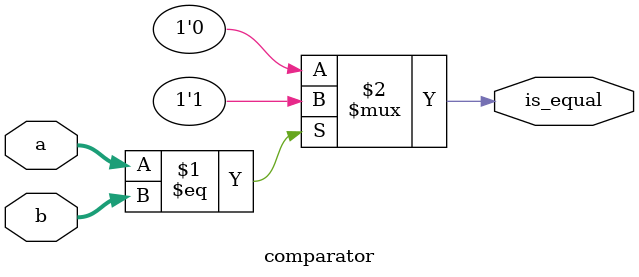
<source format=v>
`timescale 1ns / 1ps


module comparator(a, b, is_equal);
    parameter WIDTH = 8;
    input [WIDTH-1:0] a, b;
    output is_equal;
    assign is_equal = (a==b)? 1'b1:1'b0;
endmodule

</source>
